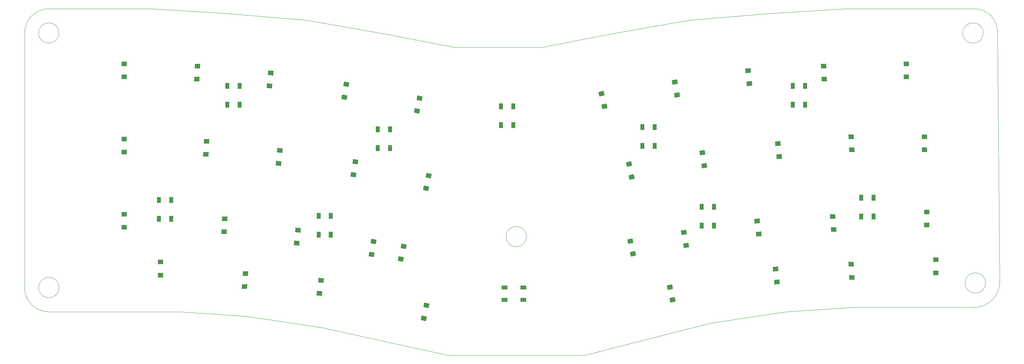
<source format=gbr>
%TF.GenerationSoftware,KiCad,Pcbnew,7.0.6*%
%TF.CreationDate,2023-09-29T23:08:14-04:00*%
%TF.ProjectId,tiddlywink_square,74696464-6c79-4776-996e-6b5f73717561,rev?*%
%TF.SameCoordinates,Original*%
%TF.FileFunction,Paste,Bot*%
%TF.FilePolarity,Positive*%
%FSLAX46Y46*%
G04 Gerber Fmt 4.6, Leading zero omitted, Abs format (unit mm)*
G04 Created by KiCad (PCBNEW 7.0.6) date 2023-09-29 23:08:14*
%MOMM*%
%LPD*%
G01*
G04 APERTURE LIST*
G04 Aperture macros list*
%AMRotRect*
0 Rectangle, with rotation*
0 The origin of the aperture is its center*
0 $1 length*
0 $2 width*
0 $3 Rotation angle, in degrees counterclockwise*
0 Add horizontal line*
21,1,$1,$2,0,0,$3*%
G04 Aperture macros list end*
%ADD10RotRect,1.200000X1.400000X99.000000*%
%ADD11RotRect,1.200000X1.400000X84.000000*%
%ADD12R,1.000000X1.500000*%
%ADD13RotRect,1.200000X1.400000X81.000000*%
%ADD14R,1.400000X1.200000*%
%ADD15RotRect,1.200000X1.400000X93.000000*%
%ADD16RotRect,1.200000X1.400000X78.000000*%
%ADD17RotRect,1.200000X1.400000X102.000000*%
%ADD18RotRect,1.200000X1.400000X87.000000*%
%ADD19RotRect,1.200000X1.400000X96.000000*%
%ADD20R,1.500000X1.000000*%
%TA.AperFunction,Profile*%
%ADD21C,0.100000*%
%TD*%
G04 APERTURE END LIST*
D10*
%TO.C,D17*%
X188384847Y-58829118D03*
X187852969Y-55470978D03*
%TD*%
D11*
%TO.C,D13*%
X77212992Y-58245422D03*
X77568388Y-54864048D03*
%TD*%
D12*
%TO.C,RGB5*%
X172231250Y-48746918D03*
X175431250Y-48746918D03*
X175431250Y-53646918D03*
X172231250Y-53646918D03*
%TD*%
D13*
%TO.C,D14*%
X96770080Y-61210370D03*
X97301958Y-57852230D03*
%TD*%
D11*
%TO.C,D33*%
X87928478Y-92178111D03*
X88283874Y-88796737D03*
%TD*%
%TO.C,D3*%
X74831740Y-38004780D03*
X75187136Y-34623406D03*
%TD*%
D14*
%TO.C,D38*%
X248840834Y-86829759D03*
X248840834Y-83429759D03*
%TD*%
D15*
%TO.C,D9*%
X219759468Y-36225824D03*
X219581526Y-32830484D03*
%TD*%
D14*
%TO.C,D10*%
X241101765Y-35632841D03*
X241101765Y-32232841D03*
%TD*%
%TO.C,D31*%
X46434414Y-87425072D03*
X46434414Y-84025072D03*
%TD*%
D12*
%TO.C,RGB10*%
X135321875Y-43389101D03*
X138521875Y-43389101D03*
X138521875Y-48289101D03*
X135321875Y-48289101D03*
%TD*%
D14*
%TO.C,D11*%
X36909406Y-55278170D03*
X36909406Y-51878170D03*
%TD*%
D16*
%TO.C,D15*%
X115732585Y-64766029D03*
X116439485Y-61440327D03*
%TD*%
D13*
%TO.C,D24*%
X101532584Y-82046325D03*
X102064462Y-78688185D03*
%TD*%
D15*
%TO.C,D37*%
X226903224Y-88018055D03*
X226725282Y-84622715D03*
%TD*%
D17*
%TO.C,D16*%
X169422342Y-61789464D03*
X168715442Y-58463762D03*
%TD*%
D18*
%TO.C,D12*%
X58251703Y-55871153D03*
X58429645Y-52475813D03*
%TD*%
%TO.C,D32*%
X68372024Y-90399307D03*
X68549966Y-87003967D03*
%TD*%
D19*
%TO.C,D18*%
X207941935Y-56459483D03*
X207586539Y-53078109D03*
%TD*%
D10*
%TO.C,D7*%
X181241091Y-40374415D03*
X180709213Y-37016275D03*
%TD*%
D15*
%TO.C,D29*%
X222140720Y-75516482D03*
X221962778Y-72121142D03*
%TD*%
D14*
%TO.C,D1*%
X36909406Y-35632841D03*
X36909406Y-32232841D03*
%TD*%
%TO.C,D20*%
X245864269Y-54682857D03*
X245864269Y-51282857D03*
%TD*%
D15*
%TO.C,D19*%
X226903224Y-54680527D03*
X226725282Y-51285187D03*
%TD*%
D19*
%TO.C,D28*%
X202584118Y-76700125D03*
X202228722Y-73318751D03*
%TD*%
D10*
%TO.C,D27*%
X183622343Y-79665073D03*
X183090465Y-76306933D03*
%TD*%
D12*
%TO.C,RGB6*%
X187709375Y-69582873D03*
X190909375Y-69582873D03*
X190909375Y-74482873D03*
X187709375Y-74482873D03*
%TD*%
D19*
%TO.C,D8*%
X200202866Y-37409467D03*
X199847470Y-34028093D03*
%TD*%
D12*
%TO.C,RGB1*%
X46025000Y-67796875D03*
X49225000Y-67796875D03*
X49225000Y-72696875D03*
X46025000Y-72696875D03*
%TD*%
D18*
%TO.C,D2*%
X55870451Y-36225824D03*
X56048393Y-32830484D03*
%TD*%
D17*
%TO.C,D26*%
X169775792Y-81907018D03*
X169068892Y-78581316D03*
%TD*%
D12*
%TO.C,RGB8*%
X229381250Y-67201621D03*
X232581250Y-67201621D03*
X232581250Y-72101621D03*
X229381250Y-72101621D03*
%TD*%
D11*
%TO.C,D23*%
X81975496Y-79081377D03*
X82330892Y-75700003D03*
%TD*%
D12*
%TO.C,RGB7*%
X211521875Y-38031284D03*
X214721875Y-38031284D03*
X214721875Y-42931284D03*
X211521875Y-42931284D03*
%TD*%
%TO.C,RGB4*%
X103175000Y-49342231D03*
X106375000Y-49342231D03*
X106375000Y-54242231D03*
X103175000Y-54242231D03*
%TD*%
D17*
%TO.C,D6*%
X162278586Y-43334761D03*
X161571686Y-40009059D03*
%TD*%
D14*
%TO.C,D30*%
X246459582Y-74328186D03*
X246459582Y-70928186D03*
%TD*%
D16*
%TO.C,D25*%
X109184142Y-83220732D03*
X109891042Y-79895030D03*
%TD*%
D12*
%TO.C,RGB3*%
X87696875Y-71964125D03*
X90896875Y-71964125D03*
X90896875Y-76864125D03*
X87696875Y-76864125D03*
%TD*%
%TO.C,RGB2*%
X63884375Y-38031284D03*
X67084375Y-38031284D03*
X67084375Y-42931284D03*
X63884375Y-42931284D03*
%TD*%
D18*
%TO.C,D22*%
X63014207Y-76111795D03*
X63192149Y-72716455D03*
%TD*%
D20*
%TO.C,RGB9*%
X136257929Y-93873515D03*
X136257929Y-90673515D03*
X141157929Y-90673515D03*
X141157929Y-93873515D03*
%TD*%
D19*
%TO.C,D36*%
X207346622Y-89201698D03*
X206991226Y-85820324D03*
%TD*%
D16*
%TO.C,D5*%
X113351333Y-44525387D03*
X114058233Y-41199685D03*
%TD*%
D17*
%TO.C,D35*%
X180137976Y-93936366D03*
X179431076Y-90610664D03*
%TD*%
D13*
%TO.C,D4*%
X94388828Y-40969728D03*
X94920706Y-37611588D03*
%TD*%
D16*
%TO.C,D34*%
X115137272Y-98698870D03*
X115844172Y-95373168D03*
%TD*%
D14*
%TO.C,D21*%
X36909406Y-74923499D03*
X36909406Y-71523499D03*
%TD*%
D21*
X10916990Y-90493678D02*
X10916990Y-24010962D01*
X69056308Y-98226645D02*
X88701637Y-101203210D01*
X258961155Y-95845397D02*
G75*
G03*
X265509597Y-89296950I45J6548397D01*
G01*
X123229791Y-27979711D02*
X145851685Y-27979711D01*
X51792231Y-97036019D02*
X17264077Y-97036019D01*
X264914310Y-23812520D02*
G75*
G03*
X258961155Y-17859390I-5953110J20D01*
G01*
X227409566Y-95845393D02*
X258961155Y-95845392D01*
X17440698Y-17870650D02*
G75*
G03*
X10916990Y-24010962I-191698J-6332010D01*
G01*
X184547030Y-20835955D02*
X205978298Y-19050016D01*
X141953242Y-77390690D02*
G75*
G03*
X141953242Y-77390690I-2650000J0D01*
G01*
X209550176Y-97036019D02*
X189904847Y-100012584D01*
X104775088Y-24407833D02*
X123229791Y-27979711D01*
X88701637Y-101203210D02*
X121443852Y-108346966D01*
X145851685Y-27979711D02*
X164306388Y-24407833D01*
X164306388Y-24407833D02*
X184547030Y-20835955D01*
X17440698Y-17870656D02*
X44053162Y-17859390D01*
X261214155Y-24209520D02*
G75*
G03*
X261214155Y-24209520I-2650000J0D01*
G01*
X227409566Y-95845393D02*
X209550176Y-97036019D01*
X44053162Y-17859390D02*
X63103178Y-19050016D01*
X121443852Y-108346966D02*
X157162632Y-108346966D01*
X265509597Y-89296950D02*
X264914285Y-23812520D01*
X10916995Y-90493678D02*
G75*
G03*
X17264077Y-97036019I6347085J-192342D01*
G01*
X19914080Y-90686020D02*
G75*
G03*
X19914080Y-90686020I-2650000J0D01*
G01*
X258961155Y-17859390D02*
X225028314Y-17859390D01*
X84534446Y-20835955D02*
X104775088Y-24407833D01*
X51792231Y-97036019D02*
X69056308Y-98226645D01*
X19899000Y-24202660D02*
G75*
G03*
X19899000Y-24202660I-2650000J0D01*
G01*
X157162632Y-108346966D02*
X189904847Y-100012584D01*
X261809155Y-89494950D02*
G75*
G03*
X261809155Y-89494950I-2650000J0D01*
G01*
X205978298Y-19050016D02*
X225028314Y-17859390D01*
X63103178Y-19050016D02*
X84534446Y-20835955D01*
M02*

</source>
